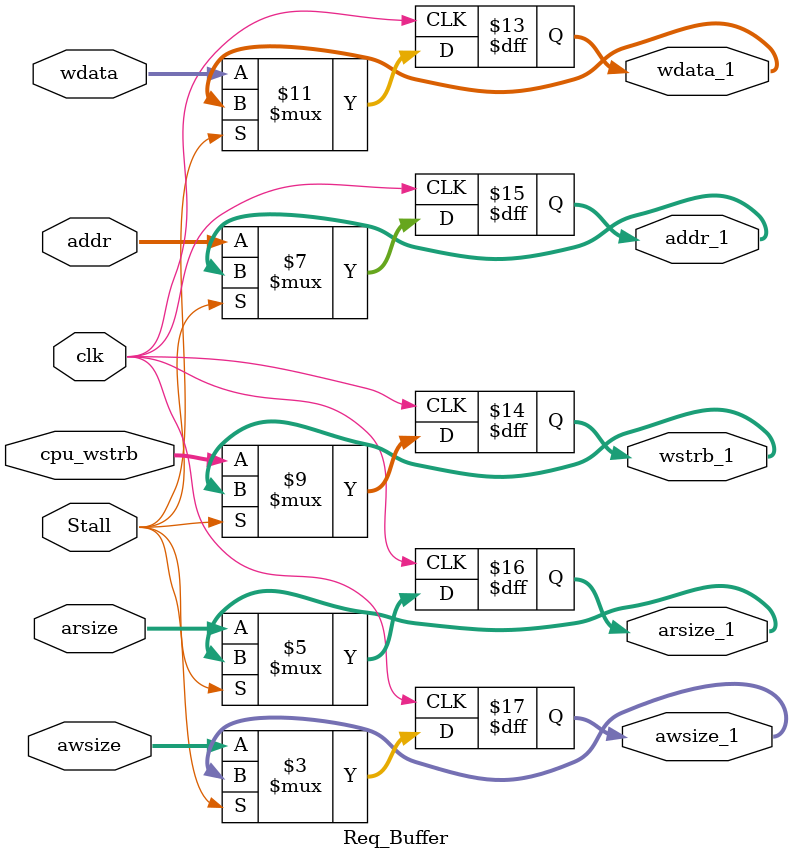
<source format=v>
module Uncache(
clk,rst,
cpu_valid,op,addr,cpu_wstrb,wdata,addr_ok,data_ok,rdata,arsize,awsize,
rd_rdy,ret_valid,ret_data,rd_req,rd_addr,wr_req,wr_addr,axi_wstrb,wr_data,wr_rdy,axi_arsize,axi_awsize
);

input rst;
input clk;
input cpu_valid;
input [31:0] addr;
input op;               //1:write 0:read
input [3:0] cpu_wstrb;  //写字节使能信号
input [31:0] wdata; //写数据
input [2:0] arsize;
input [2:0] awsize;
output addr_ok;
output data_ok;
output reg[31:0] rdata;
//AXI总线
input rd_rdy;
input wr_rdy;
input ret_valid;
input [31:0] ret_data;
output rd_req;
output [31:0] rd_addr;//读请求起始地址
output wr_req;
output [31:0] wr_addr;
output [3:0] axi_wstrb;
output [31:0] wr_data;
output [2:0] axi_arsize,axi_awsize;

wire Stall;
wire [3:0] wstrb_1;
wire [31:0] wdata_1;
wire [31:0] addr_1;
wire [2:0] awsize_1,arsize_1;

always @(posedge clk) 
begin
    if(ret_valid)
        rdata <= ret_data;
end

assign wr_data = Stall ? wdata_1 : wdata;
assign axi_wstrb = Stall ? wstrb_1 : cpu_wstrb;

assign wr_addr = Stall ? addr_1 : addr;
assign rd_addr = Stall? addr_1 : addr;

assign axi_arsize = Stall ? arsize_1 : arsize;
assign axi_awsize = Stall ? awsize_1 : awsize;

Uncache_FSM U_Uncache_FSM(
.clk(clk), .rst(rst), .cpu_valid(cpu_valid), .op(op), .rd_rdy(rd_rdy), .wr_rdy(wr_rdy), 
.addr_ok(addr_ok), .rd_req(rd_req), 
.wr_req(wr_req), .data_ok(data_ok), .Stall(Stall)
);

Req_Buffer U_Req_Buffer(
.clk(clk), .wdata(wdata), .cpu_wstrb(cpu_wstrb), .addr(addr), .arsize(arsize), .awsize(awsize), .Stall(Stall),
.wdata_1(wdata_1), .wstrb_1(wstrb_1), .addr_1(addr_1), .arsize_1(arsize_1), .awsize_1(awsize_1)
);
endmodule


module Uncache_FSM(
    clk, rst, cpu_valid, op, rd_rdy, wr_rdy,
    addr_ok, rd_req, wr_req, data_ok, Stall
);

input clk,rst;
input cpu_valid;
input op;
input rd_rdy,wr_rdy;

output reg addr_ok; //现在正在cpu中发起的请求对应的地址等数据在下一周期可以进入req_buffer里保存起来时置1
output reg data_ok; //data_ok:data已经被写入axi（data被写入axi的下一个周期置1）
output reg rd_req,wr_req;
output reg Stall; //用于保留req_buffer中正在请求的地址等数据

parameter [1:0] IDLE = 2'b00;
parameter [1:0] READ = 2'b01;
parameter [1:0] WRITE = 2'b10;

reg [1:0] state,next_state;

always@(posedge clk)
begin
    if(rst)
        state <= IDLE;
    else
        state <= next_state;
end

always @(state or cpu_valid or op or rd_rdy or wr_rdy or rst) 
begin
    if(rst)
    begin
        data_ok = 1;
        rd_req = 0;
        wr_req = 0;                    
        addr_ok = 0;
        Stall = 0;
        next_state = IDLE;
    end

    case (state)
        IDLE: 
        begin
            if(cpu_valid && ~op)
            begin
                if(rd_rdy)
                begin
                    data_ok = 1;
                    rd_req = 1;
                    wr_req = 0;                    
                    addr_ok = 1;
                    Stall = 0;
                    next_state = READ;
                end
                else
                begin
                    data_ok = 1;
                    rd_req = 0;
                    wr_req = 0;                    
                    addr_ok = 0;
                    Stall = 0;
                    next_state = IDLE;
                end
            end

            else if(cpu_valid && op)
            begin
                if(wr_rdy)
                begin
                    data_ok = 1;
                    rd_req = 0;
                    wr_req = 1;                    
                    addr_ok = 1;
                    Stall = 0;
                    next_state = WRITE;
                end
                else
                begin
                    data_ok = 1;
                    rd_req = 0;
                    wr_req = 0;                    
                    addr_ok = 0;
                    Stall = 0;
                    next_state = IDLE;
                end
            end

            else
            begin
                data_ok = 1;
                rd_req = 0;
                wr_req = 0;                    
                addr_ok = 1;
                Stall = 1;
                next_state = IDLE;                
            end
        end 

        READ:
        begin
            if(!rd_rdy)
            begin
                data_ok = 0;
                addr_ok = 0;
                wr_req = 0;
                rd_req = 1;
                Stall = 1;
                next_state = READ;
            end

            else
            begin
                data_ok = 1;
                if(cpu_valid && ~op)
                begin
                    addr_ok = 1;
                    rd_req = 1;
                    wr_req = 0;    
                    Stall = 0;                
                    next_state = READ;              
                end

                else if(cpu_valid && op)
                begin
                    addr_ok = 1;
                    rd_req = 0;
                    wr_req = 1;
                    Stall = 0;
                    next_state = WRITE;
                end

                else
                begin
                    addr_ok = 1;
                    rd_req = 0;
                    wr_req = 0;
                    Stall = 0;
                    next_state = IDLE;
                end
            end
        end

        WRITE:
        begin
            if(!wr_rdy)
            begin
                data_ok = 0;
                addr_ok = 0;
                wr_req = 1;
                rd_req = 0;
                Stall = 1;
                next_state = WRITE;
            end

            else
            begin
                data_ok = 1;
                if(cpu_valid && ~op)
                begin
                    addr_ok = 1;
                    rd_req = 1;
                    wr_req = 0;    
                    Stall = 0;                
                    next_state = READ;              
                end

                else if(cpu_valid && op)
                begin
                    addr_ok = 1;
                    rd_req = 0;
                    wr_req = 1;
                    Stall = 0;
                    next_state = WRITE;
                end

                else
                begin
                    addr_ok = 1;
                    rd_req = 0;
                    wr_req = 0;
                    Stall = 0;
                    next_state = IDLE;
                end
            end
        end

        default:
        begin
            data_ok = 0;
            rd_req = 0;
            wr_req = 0;                    
            addr_ok = 0;
            Stall = 0;
            next_state = IDLE;
        end

    endcase    
end

endmodule

module Req_Buffer (
clk, wdata, addr, cpu_wstrb, arsize, awsize, Stall,
wdata_1, addr_1, wstrb_1, arsize_1, awsize_1
);

input clk;
input [31:0] wdata;
input [31:0] addr;
input [3:0] cpu_wstrb;
input [2:0] arsize,awsize;
input Stall;
output reg [31:0] wdata_1;
output reg [3:0] wstrb_1;
output reg [31:0] addr_1;
output reg [2:0] arsize_1,awsize_1;

always@(posedge clk)
begin
    if(!Stall)
    begin
        wdata_1 <= wdata;
        addr_1 <= addr;
        wstrb_1 <= cpu_wstrb;
        arsize_1 <= arsize;
        awsize_1 <= awsize;
    end
end

endmodule


</source>
